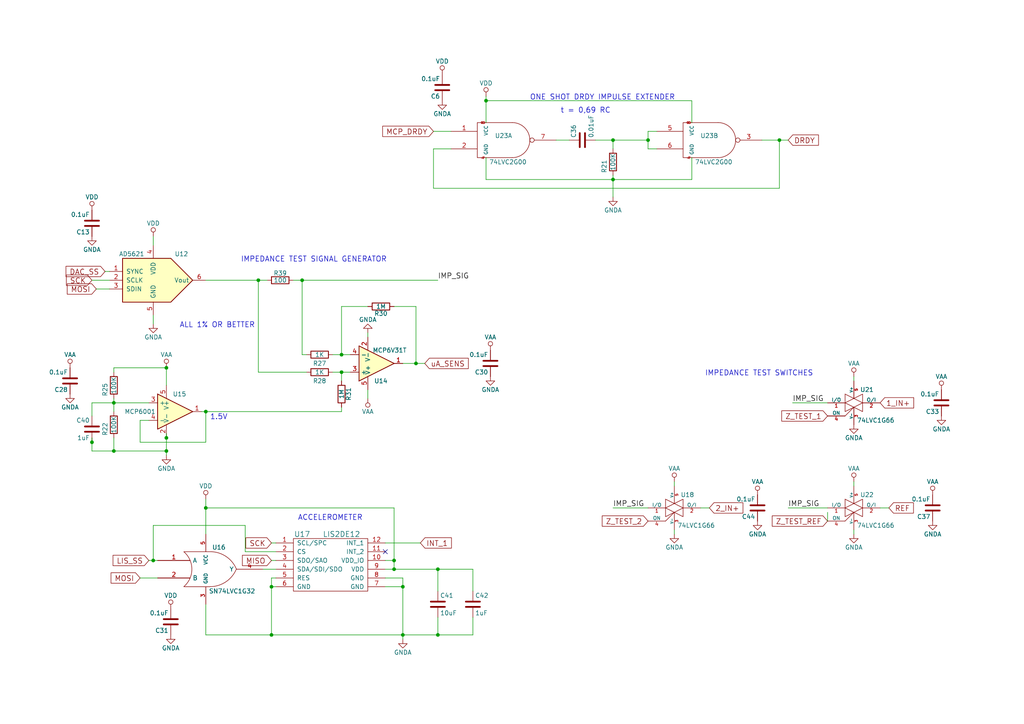
<source format=kicad_sch>
(kicad_sch (version 20231120) (generator "eeschema") (generator_version "8.0")
  (paper "A4")
  (title_block (title "Ganglion Peripherals") (date "2018-1-8") (rev "1.0.1") (company "OpenBCI"))
  (lib_symbols
    (symbol "Ganglion_01-rescue:C" (pin_numbers hide) (pin_names (offset 0.254))
      (property "Reference" "C" (at 0.635 2.54 0))
      (property "Value" "C" (at 0.635 -2.54 0))
      (symbol "C_0_1"
        (polyline (pts (xy -2.032 -0.762) (xy 2.032 -0.762)) (stroke (width 0.508)))
        (polyline (pts (xy -2.032 0.762) (xy 2.032 0.762)) (stroke (width 0.508)))
      )
      (symbol "C_1_1"
        (pin passive line (at 0 3.81 270) (length 2.794) (name "~") (number "1"))
        (pin passive line (at 0 -3.81 90) (length 2.794) (name "~") (number "2"))
      )
    )
    (symbol "Ganglion_01-rescue:GNDA" (power) (pin_names (offset 0))
      (property "Value" "GNDA" (at 0 -3.81 0))
      (symbol "GNDA_0_1"
        (polyline (pts (xy 0 0) (xy 0 -1.27) (xy 1.27 -1.27) (xy 0 -2.54) (xy -1.27 -1.27) (xy 0 -1.27)))
      )
      (symbol "GNDA_1_1"
        (pin power_in line (at 0 0 270) (length 0) hide (name "GNDA") (number "1"))
      )
    )
    (symbol "Ganglion_01-rescue:MCP6001"
      (property "Reference" "U" (at 1.27 5.08 0))
      (property "Value" "MCP6001" (at 5.08 -5.08 0))
      (symbol "MCP6001_0_1"
        (polyline (pts (xy -5.08 5.08) (xy 5.08 0) (xy -5.08 -5.08) (xy -5.08 5.08)) (stroke (width 0.254)) (fill (type background)))
      )
      (symbol "MCP6001_1_1"
        (pin output line (at 7.62 0 180) (length 2.54) (name "~") (number "1"))
        (pin input line (at -2.54 -7.62 90) (length 3.81) (name "V-") (number "2"))
        (pin input line (at -7.62 2.54 0) (length 2.54) (name "+") (number "3"))
        (pin input line (at -7.62 -2.54 0) (length 2.54) (name "-") (number "4"))
        (pin input line (at -2.54 7.62 270) (length 3.81) (name "V+") (number "5"))
      )
    )
    (symbol "Ganglion_01-rescue:R" (pin_numbers hide) (pin_names (offset 0))
      (property "Reference" "R" (at 2.032 0 90))
      (property "Value" "R" (at 0 0 90))
      (symbol "R_0_1"
        (rectangle (start -1.016 -2.54) (end 1.016 2.54) (stroke (width 0.254)))
      )
      (symbol "R_1_1"
        (pin passive line (at 0 3.81 270) (length 1.27) (name "~") (number "1"))
        (pin passive line (at 0 -3.81 90) (length 1.27) (name "~") (number "2"))
      )
    )
    (symbol "Ganglion_01-rescue:VAA" (power) (pin_names (offset 0))
      (property "Value" "VAA" (at 0 3.81 0))
      (symbol "VAA_0_1"
        (polyline (pts (xy 0 0) (xy 0 1.27)))
        (circle (center 0 1.905) (radius 0.635))
      )
      (symbol "VAA_1_1"
        (pin power_in line (at 0 0 90) (length 0) hide (name "VAA") (number "1"))
      )
    )
    (symbol "Ganglion_01-rescue:VDD" (power) (pin_names (offset 0))
      (property "Value" "VDD" (at 0 3.81 0))
      (symbol "VDD_0_1"
        (polyline (pts (xy 0 0) (xy 0 1.27)))
        (circle (center 0 1.905) (radius 0.635))
      )
      (symbol "VDD_1_1"
        (pin power_in line (at 0 0 90) (length 0) hide (name "VDD") (number "1"))
      )
    )
    (symbol "OpenBCI:74LVC1G66" (pin_names (offset 0))
      (property "Reference" "U" (at 3.81 3.81 0))
      (property "Value" "74LVC1G66" (at 6.35 -5.08 0))
      (symbol "74LVC1G66_0_1"
        (polyline (pts (xy -2.54 -3.81) (xy 0 -1.27) (xy 0 -1.27)))
        (polyline (pts (xy -2.54 0) (xy 2.54 2.54) (xy 2.54 -2.54) (xy -2.54 0)))
        (polyline (pts (xy -2.54 2.54) (xy 2.54 0) (xy -2.54 -2.54) (xy -2.54 2.54)))
        (pin power_in line (at 0 -6.35 90) (length 5.08) (name "V-") (number "3"))
        (pin power_in line (at 0 6.35 270) (length 5.08) (name "V+") (number "5"))
      )
      (symbol "74LVC1G66_1_1"
        (pin passive line (at -7.62 0 0) (length 5.08) (name "I/O") (number "1"))
        (pin passive line (at 7.62 0 180) (length 5.08) (name "O/I") (number "2"))
        (pin input line (at -7.62 -3.81 0) (length 5.08) (name "ON") (number "4"))
      )
    )
    (symbol "OpenBCI:74LVC2G00" (pin_names (offset 0.762))
      (property "Reference" "U" (at 0 1.27 0))
      (property "Value" "74LVC2G00" (at 1.27 -6.35 0))
      (symbol "74LVC2G00_0_0"
        (pin power_in line (at -5.08 -5.08 90) (length 0) (name "GND") (number "4"))
        (pin power_in line (at -5.08 5.08 270) (length 0) (name "VCC") (number "8"))
      )
      (symbol "74LVC2G00_0_1"
        (polyline (pts (xy 2.54 5.08) (xy -7.62 5.08) (xy -7.62 -5.08) (xy 2.54 -5.08)))
        (arc (start 2.54 -5.08) (mid 7.5979 0) (end 2.54 5.08))
      )
      (symbol "74LVC2G00_0_2"
        (arc (start -7.62 -5.08) (mid -5.2253 0) (end -7.62 5.08))
        (arc (start 0 -5.08) (mid 4.5408 -3.6305) (end 7.62 0))
        (polyline (pts (xy -7.62 -5.08) (xy 0 -5.08)))
        (polyline (pts (xy -7.62 5.08) (xy 0 5.08)))
        (arc (start 7.62 0) (mid 4.5343 3.6226) (end 0 5.08))
      )
      (symbol "74LVC2G00_1_1"
        (pin input line (at -15.24 2.54 0) (length 7.62) (name "~") (number "1"))
        (pin input line (at -15.24 -2.54 0) (length 7.62) (name "~") (number "2"))
        (pin output inverted (at 15.24 0 180) (length 7.62) (name "~") (number "7"))
      )
      (symbol "74LVC2G00_1_2"
        (pin input inverted (at -15.24 2.54 0) (length 9.398) (name "~") (number "1"))
        (pin input inverted (at -15.24 -2.54 0) (length 9.398) (name "~") (number "2"))
        (pin output line (at 15.24 0 180) (length 7.62) (name "~") (number "3"))
      )
      (symbol "74LVC2G00_2_1"
        (pin output inverted (at 15.24 0 180) (length 7.62) (name "~") (number "3"))
        (pin input line (at -15.24 2.54 0) (length 7.62) (name "~") (number "5"))
        (pin input line (at -15.24 -2.54 0) (length 7.62) (name "~") (number "6"))
      )
      (symbol "74LVC2G00_2_2"
        (pin input inverted (at -15.24 2.54 0) (length 9.398) (name "~") (number "4"))
        (pin input inverted (at -15.24 -2.54 0) (length 9.398) (name "~") (number "5"))
        (pin output line (at 15.24 0 180) (length 7.62) (name "~") (number "6"))
      )
    )
    (symbol "OpenBCI:AD5621" (pin_names (offset 1.016))
      (property "Reference" "U" (at -10.16 7.62 0))
      (property "Value" "AD5621" (at 2.54 7.62 0))
      (property "Datasheet" "http://ww1.microchip.com/downloads/en/DeviceDoc/22072b.pdf" (at 0 0 0))
      (symbol "AD5621_0_1"
        (polyline (pts (xy -5.08 6.35) (xy 8.89 6.35) (xy 8.89 0) (xy 8.89 -6.35) (xy -5.08 -6.35) (xy -11.43 0) (xy -5.08 6.35)) (stroke (width 0.254)) (fill (type background)))
      )
      (symbol "AD5621_1_1"
        (pin input line (at 12.7 2.54 180) (length 3.81) (name "SYNC") (number "1"))
        (pin input line (at 12.7 0 180) (length 3.81) (name "SCLK") (number "2"))
        (pin input line (at 12.7 -2.54 180) (length 3.81) (name "SDIN") (number "3"))
        (pin power_in line (at 0 10.16 270) (length 3.81) (name "VDD") (number "4"))
        (pin power_in line (at 0 -10.16 90) (length 3.81) (name "GND") (number "5"))
        (pin passive line (at -15.24 0 0) (length 3.81) (name "Vout") (number "6"))
      )
    )
    (symbol "OpenBCI:LIS2DE12" (pin_names (offset 1.016))
      (property "Reference" "U" (at -8.89 7.62 0))
      (property "Value" "LIS2DE12" (at 2.54 7.62 0))
      (symbol "LIS2DE12_0_1"
        (rectangle (start -11.43 6.35) (end 10.16 -8.89))
      )
      (symbol "LIS2DE12_1_1"
        (pin input line (at -16.51 5.08 0) (length 5.08) (name "SCL/SPC") (number "1"))
        (pin input line (at 15.24 0 180) (length 5.08) (name "VDD_IO") (number "10"))
        (pin output line (at 15.24 2.54 180) (length 5.08) (name "INT_2") (number "11"))
        (pin output line (at 15.24 5.08 180) (length 5.08) (name "INT_1") (number "12"))
        (pin input line (at -16.51 2.54 0) (length 5.08) (name "CS") (number "2"))
        (pin bidirectional line (at -16.51 0 0) (length 5.08) (name "SDO/SAO") (number "3"))
        (pin bidirectional line (at -16.51 -2.54 0) (length 5.08) (name "SDA/SDI/SDO") (number "4"))
        (pin input line (at -16.51 -5.08 0) (length 5.08) (name "RES") (number "5"))
        (pin power_in line (at -16.51 -7.62 0) (length 5.08) (name "GND") (number "6"))
        (pin input line (at 15.24 -7.62 180) (length 5.08) (name "GND") (number "7"))
        (pin power_in line (at 15.24 -5.08 180) (length 5.08) (name "GND") (number "8"))
        (pin power_in line (at 15.24 -2.54 180) (length 5.08) (name "VDD") (number "9"))
      )
    )
    (symbol "OpenBCI:SN74LVC1G32" (pin_names (offset 0.762))
      (property "Reference" "U" (at 2.54 6.35 0))
      (property "Value" "SN74LVC1G32" (at 6.35 -6.35 0))
      (symbol "SN74LVC1G32_0_0"
        (pin power_in line (at -1.27 -10.16 90) (length 5.08) (name "GND") (number "3"))
        (pin power_in line (at -1.27 10.16 270) (length 5.08) (name "VCC") (number "5"))
      )
      (symbol "SN74LVC1G32_0_1"
        (arc (start -7.62 -5.0292) (mid -5.3094 0.0082) (end -7.62 5.0546))
        (arc (start 0 -5.0546) (mid 4.5632 -3.6449) (end 7.5946 0.0508))
        (polyline (pts (xy -7.62 -5.08) (xy 0 -5.08)))
        (polyline (pts (xy -7.62 5.08) (xy 0 5.08)))
        (arc (start 7.62 0) (mid 4.6132 3.6946) (end 0.0508 5.08))
      )
      (symbol "SN74LVC1G32_0_2"
        (polyline (pts (xy 2.54 5.08) (xy -7.62 5.08) (xy -7.62 -5.08) (xy 2.54 -5.08)))
        (arc (start 2.5654 -5.0546) (mid 7.5947 0.0001) (end 2.5654 5.08))
      )
      (symbol "SN74LVC1G32_1_1"
        (pin input line (at -15.24 2.54 0) (length 9.398) (name "A") (number "1"))
        (pin input line (at -15.24 -2.54 0) (length 9.398) (name "B") (number "2"))
        (pin output line (at 15.24 0 180) (length 7.62) (name "Y") (number "4"))
      )
      (symbol "SN74LVC1G32_1_2"
        (pin input inverted (at -15.24 2.54 0) (length 7.62) (name "A") (number "1"))
        (pin input inverted (at -15.24 -2.54 0) (length 7.62) (name "B") (number "2"))
        (pin output inverted (at 15.24 0 180) (length 7.62) (name "Y") (number "3"))
      )
    )
  )
  (junction (at 116.84 170.18))
  (junction (at 177.8 40.64))
  (junction (at 59.69 119.38))
  (junction (at 226.06 40.64))
  (junction (at 187.96 40.64))
  (junction (at 33.02 130.81))
  (junction (at 87.63 81.28))
  (junction (at 33.02 116.84))
  (junction (at 59.69 147.32))
  (junction (at 127 165.1))
  (junction (at 127 184.15))
  (junction (at 114.3 165.1))
  (junction (at 99.06 102.87))
  (junction (at 120.65 105.41))
  (junction (at 26.67 128.27))
  (junction (at 116.84 184.15))
  (junction (at 44.45 162.56))
  (junction (at 78.74 184.15))
  (junction (at 74.93 81.28))
  (junction (at 48.26 127))
  (junction (at 48.26 106.68))
  (junction (at 177.8 52.07))
  (junction (at 114.3 162.56))
  (junction (at 99.06 107.95))
  (junction (at 78.74 170.18))
  (junction (at 48.26 130.81))
  (junction (at 140.97 29.21))
  (no_connect (at 111.76 160.02))
  (wire (pts (xy 59.69 175.26) (xy 59.69 184.15)))
  (wire (pts (xy 43.18 116.84) (xy 33.02 116.84)))
  (wire (pts (xy 127 184.15) (xy 137.16 184.15)))
  (wire (pts (xy 200.66 29.21) (xy 140.97 29.21)))
  (wire (pts (xy 200.66 35.56) (xy 200.66 29.21)))
  (wire (pts (xy 187.96 38.1) (xy 187.96 40.64)))
  (wire (pts (xy 88.9 107.95) (xy 74.93 107.95)))
  (wire (pts (xy 240.03 116.84) (xy 229.87 116.84)))
  (wire (pts (xy 247.65 109.22) (xy 247.65 110.49)))
  (wire (pts (xy 190.5 38.1) (xy 187.96 38.1)))
  (wire (pts (xy 59.69 81.28) (xy 74.93 81.28)))
  (wire (pts (xy 127 179.07) (xy 127 184.15)))
  (wire (pts (xy 140.97 52.07) (xy 177.8 52.07)))
  (wire (pts (xy 120.65 105.41) (xy 123.19 105.41)))
  (wire (pts (xy 247.65 140.97) (xy 247.65 139.7)))
  (wire (pts (xy 106.68 115.57) (xy 106.68 113.03)))
  (wire (pts (xy 80.01 170.18) (xy 78.74 170.18)))
  (wire (pts (xy 40.64 167.64) (xy 45.72 167.64)))
  (wire (pts (xy 26.67 116.84) (xy 26.67 120.65)))
  (wire (pts (xy 187.96 147.32) (xy 177.8 147.32)))
  (wire (pts (xy 76.2 165.1) (xy 80.01 165.1)))
  (wire (pts (xy 43.18 162.56) (xy 44.45 162.56)))
  (wire (pts (xy 106.68 96.52) (xy 106.68 97.79)))
  (wire (pts (xy 33.02 116.84) (xy 26.67 116.84)))
  (wire (pts (xy 59.69 119.38) (xy 58.42 119.38)))
  (wire (pts (xy 48.26 106.68) (xy 33.02 106.68)))
  (wire (pts (xy 26.67 130.81) (xy 26.67 128.27)))
  (wire (pts (xy 48.26 125.73) (xy 48.26 127)))
  (wire (pts (xy 88.9 102.87) (xy 87.63 102.87)))
  (wire (pts (xy 116.84 167.64) (xy 111.76 167.64)))
  (wire (pts (xy 116.84 167.64) (xy 116.84 170.18)))
  (wire (pts (xy 33.02 115.57) (xy 33.02 116.84)))
  (wire (pts (xy 44.45 152.4) (xy 71.12 152.4)))
  (wire (pts (xy 85.09 81.28) (xy 87.63 81.28)))
  (wire (pts (xy 116.84 184.15) (xy 116.84 185.42)))
  (wire (pts (xy 59.69 119.38) (xy 59.69 128.27)))
  (wire (pts (xy 99.06 102.87) (xy 99.06 88.9)))
  (wire (pts (xy 40.64 121.92) (xy 40.64 128.27)))
  (wire (pts (xy 26.67 127) (xy 26.67 128.27)))
  (wire (pts (xy 111.76 170.18) (xy 116.84 170.18)))
  (wire (pts (xy 255.27 147.32) (xy 257.81 147.32)))
  (wire (pts (xy 96.52 107.95) (xy 99.06 107.95)))
  (wire (pts (xy 140.97 27.94) (xy 140.97 29.21)))
  (wire (pts (xy 203.2 147.32) (xy 205.74 147.32)))
  (wire (pts (xy 33.02 130.81) (xy 26.67 130.81)))
  (wire (pts (xy 226.06 40.64) (xy 228.6 40.64)))
  (wire (pts (xy 111.76 157.48) (xy 121.92 157.48)))
  (wire (pts (xy 59.69 144.78) (xy 59.69 147.32)))
  (wire (pts (xy 30.48 78.74) (xy 31.75 78.74)))
  (wire (pts (xy 99.06 119.38) (xy 99.06 118.11)))
  (wire (pts (xy 71.12 152.4) (xy 71.12 160.02)))
  (wire (pts (xy 48.26 106.68) (xy 48.26 111.76)))
  (wire (pts (xy 177.8 40.64) (xy 187.96 40.64)))
  (wire (pts (xy 127 165.1) (xy 137.16 165.1)))
  (wire (pts (xy 43.18 121.92) (xy 40.64 121.92)))
  (wire (pts (xy 40.64 128.27) (xy 59.69 128.27)))
  (wire (pts (xy 78.74 184.15) (xy 116.84 184.15)))
  (wire (pts (xy 114.3 147.32) (xy 59.69 147.32)))
  (wire (pts (xy 101.6 102.87) (xy 99.06 102.87)))
  (wire (pts (xy 137.16 171.45) (xy 137.16 165.1)))
  (wire (pts (xy 44.45 162.56) (xy 44.45 152.4)))
  (wire (pts (xy 71.12 160.02) (xy 80.01 160.02)))
  (wire (pts (xy 114.3 162.56) (xy 114.3 147.32)))
  (wire (pts (xy 59.69 147.32) (xy 59.69 154.94)))
  (wire (pts (xy 247.65 154.94) (xy 247.65 153.67)))
  (wire (pts (xy 125.73 54.61) (xy 125.73 43.18)))
  (wire (pts (xy 125.73 38.1) (xy 130.81 38.1)))
  (wire (pts (xy 187.96 40.64) (xy 187.96 43.18)))
  (wire (pts (xy 33.02 116.84) (xy 33.02 119.38)))
  (wire (pts (xy 226.06 54.61) (xy 125.73 54.61)))
  (wire (pts (xy 200.66 52.07) (xy 200.66 45.72)))
  (wire (pts (xy 116.84 105.41) (xy 120.65 105.41)))
  (wire (pts (xy 177.8 52.07) (xy 177.8 57.15)))
  (wire (pts (xy 78.74 170.18) (xy 78.74 184.15)))
  (wire (pts (xy 59.69 184.15) (xy 78.74 184.15)))
  (wire (pts (xy 177.8 40.64) (xy 177.8 43.18)))
  (wire (pts (xy 80.01 157.48) (xy 78.74 157.48)))
  (wire (pts (xy 114.3 165.1) (xy 111.76 165.1)))
  (wire (pts (xy 114.3 165.1) (xy 114.3 162.56)))
  (wire (pts (xy 172.72 40.64) (xy 177.8 40.64)))
  (wire (pts (xy 33.02 127) (xy 33.02 130.81)))
  (wire (pts (xy 195.58 139.7) (xy 195.58 140.97)))
  (wire (pts (xy 27.94 83.82) (xy 31.75 83.82)))
  (wire (pts (xy 80.01 167.64) (xy 78.74 167.64)))
  (wire (pts (xy 195.58 153.67) (xy 195.58 154.94)))
  (wire (pts (xy 161.29 40.64) (xy 165.1 40.64)))
  (wire (pts (xy 114.3 88.9) (xy 120.65 88.9)))
  (wire (pts (xy 48.26 130.81) (xy 33.02 130.81)))
  (wire (pts (xy 137.16 179.07) (xy 137.16 184.15)))
  (wire (pts (xy 48.26 130.81) (xy 48.26 132.08)))
  (wire (pts (xy 240.03 151.13) (xy 240.03 148.59)))
  (wire (pts (xy 101.6 107.95) (xy 99.06 107.95)))
  (wire (pts (xy 44.45 68.58) (xy 44.45 71.12)))
  (wire (pts (xy 177.8 52.07) (xy 200.66 52.07)))
  (wire (pts (xy 33.02 106.68) (xy 33.02 107.95)))
  (wire (pts (xy 74.93 107.95) (xy 74.93 81.28)))
  (wire (pts (xy 226.06 40.64) (xy 226.06 54.61)))
  (wire (pts (xy 87.63 81.28) (xy 127 81.28)))
  (wire (pts (xy 80.01 162.56) (xy 78.74 162.56)))
  (wire (pts (xy 78.74 167.64) (xy 78.74 170.18)))
  (wire (pts (xy 240.03 147.32) (xy 228.6 147.32)))
  (wire (pts (xy 96.52 102.87) (xy 99.06 102.87)))
  (wire (pts (xy 26.67 81.28) (xy 31.75 81.28)))
  (wire (pts (xy 177.8 50.8) (xy 177.8 52.07)))
  (wire (pts (xy 44.45 162.56) (xy 45.72 162.56)))
  (wire (pts (xy 220.98 40.64) (xy 226.06 40.64)))
  (wire (pts (xy 111.76 162.56) (xy 114.3 162.56)))
  (wire (pts (xy 59.69 119.38) (xy 99.06 119.38)))
  (wire (pts (xy 187.96 43.18) (xy 190.5 43.18)))
  (wire (pts (xy 127 184.15) (xy 116.84 184.15)))
  (wire (pts (xy 48.26 127) (xy 48.26 130.81)))
  (wire (pts (xy 99.06 107.95) (xy 99.06 110.49)))
  (wire (pts (xy 74.93 81.28) (xy 77.47 81.28)))
  (wire (pts (xy 140.97 52.07) (xy 140.97 45.72)))
  (wire (pts (xy 120.65 105.41) (xy 120.65 88.9)))
  (wire (pts (xy 127 165.1) (xy 114.3 165.1)))
  (wire (pts (xy 44.45 93.98) (xy 44.45 91.44)))
  (wire (pts (xy 125.73 43.18) (xy 130.81 43.18)))
  (wire (pts (xy 116.84 170.18) (xy 116.84 184.15)))
  (wire (pts (xy 127 165.1) (xy 127 171.45)))
  (wire (pts (xy 140.97 29.21) (xy 140.97 35.56)))
  (wire (pts (xy 99.06 88.9) (xy 106.68 88.9)))
  (wire (pts (xy 87.63 102.87) (xy 87.63 81.28)))
  (text "ONE SHOT DRDY IMPULSE EXTENDER" (at 153.67 29.21 0) (effects (font (size 1.524 1.524)) (justify left bottom)))
  (text "t = 0,69 RC" (at 162.56 33.02 0) (effects (font (size 1.524 1.524)) (justify left bottom)))
  (text "1.5V" (at 66.04 121.92 0) (effects (font (size 1.524 1.524)) (justify right bottom)))
  (text "ACCELEROMETER" (at 86.36 151.13 0) (effects (font (size 1.524 1.524)) (justify left bottom)))
  (text "IMPEDANCE TEST SIGNAL GENERATOR" (at 69.85 76.2 0) (effects (font (size 1.524 1.524)) (justify left bottom)))
  (text "ALL 1% OR BETTER" (at 52.07 95.25 0) (effects (font (size 1.524 1.524)) (justify left bottom)))
  (text "IMPEDANCE TEST SWITCHES" (at 204.47 109.22 0) (effects (font (size 1.524 1.524)) (justify left bottom)))
  (label "IMP_SIG" (at 228.6 147.32 0) (effects (font (size 1.524 1.524))))
  (label "IMP_SIG" (at 229.87 116.84 0) (effects (font (size 1.524 1.524))))
  (label "IMP_SIG" (at 127 81.28 0) (effects (font (size 1.524 1.524))))
  (label "IMP_SIG" (at 177.8 147.32 0) (effects (font (size 1.524 1.524))))
  (global_label "DAC_SS" (shape input) (at 30.48 78.74 180) (effects (font (size 1.524 1.524))) (property "Intersheetrefs" "${INTERSHEET_REFS}" (effects (hide yes))))
  (global_label "LIS_SS" (shape input) (at 43.18 162.56 180) (effects (font (size 1.524 1.524))) (property "Intersheetrefs" "${INTERSHEET_REFS}" (effects (hide yes))))
  (global_label "Z_TEST_1" (shape input) (at 240.03 120.65 180) (effects (font (size 1.524 1.524))) (property "Intersheetrefs" "${INTERSHEET_REFS}" (effects (hide yes))))
  (global_label "uA_SENS" (shape input) (at 123.19 105.41 0) (effects (font (size 1.524 1.524))) (property "Intersheetrefs" "${INTERSHEET_REFS}" (effects (hide yes))))
  (global_label "INT_1" (shape input) (at 121.92 157.48 0) (effects (font (size 1.524 1.524))) (property "Intersheetrefs" "${INTERSHEET_REFS}" (effects (hide yes))))
  (global_label "REF" (shape input) (at 257.81 147.32 0) (effects (font (size 1.524 1.524))) (property "Intersheetrefs" "${INTERSHEET_REFS}" (effects (hide yes))))
  (global_label "DRDY" (shape input) (at 228.6 40.64 0) (effects (font (size 1.524 1.524))) (property "Intersheetrefs" "${INTERSHEET_REFS}" (effects (hide yes))))
  (global_label "MOSI" (shape input) (at 40.64 167.64 180) (effects (font (size 1.524 1.524))) (property "Intersheetrefs" "${INTERSHEET_REFS}" (effects (hide yes))))
  (global_label "SCK" (shape input) (at 26.67 81.28 180) (effects (font (size 1.524 1.524))) (property "Intersheetrefs" "${INTERSHEET_REFS}" (effects (hide yes))))
  (global_label "SCK" (shape input) (at 78.74 157.48 180) (effects (font (size 1.524 1.524))) (property "Intersheetrefs" "${INTERSHEET_REFS}" (effects (hide yes))))
  (global_label "Z_TEST_2" (shape input) (at 187.96 151.13 180) (effects (font (size 1.524 1.524))) (property "Intersheetrefs" "${INTERSHEET_REFS}" (effects (hide yes))))
  (global_label "2_IN+" (shape input) (at 205.74 147.32 0) (effects (font (size 1.524 1.524))) (property "Intersheetrefs" "${INTERSHEET_REFS}" (effects (hide yes))))
  (global_label "MCP_DRDY" (shape input) (at 125.73 38.1 180) (effects (font (size 1.524 1.524))) (property "Intersheetrefs" "${INTERSHEET_REFS}" (effects (hide yes))))
  (global_label "MOSI" (shape input) (at 27.94 83.82 180) (effects (font (size 1.524 1.524))) (property "Intersheetrefs" "${INTERSHEET_REFS}" (effects (hide yes))))
  (global_label "MISO" (shape input) (at 78.74 162.56 180) (effects (font (size 1.524 1.524))) (property "Intersheetrefs" "${INTERSHEET_REFS}" (effects (hide yes))))
  (global_label "Z_TEST_REF" (shape input) (at 240.03 151.13 180) (effects (font (size 1.524 1.524))) (property "Intersheetrefs" "${INTERSHEET_REFS}" (effects (hide yes))))
  (global_label "1_IN+" (shape input) (at 255.27 116.84 0) (effects (font (size 1.524 1.524))) (property "Intersheetrefs" "${INTERSHEET_REFS}" (effects (hide yes))))
  (symbol (lib_id "OpenBCI:LIS2DE12") (at 96.52 162.56 0) (unit 1)
    (property "Reference" "U17" (at 87.63 154.94 0) (effects (font (size 1.524 1.524))))
    (property "Value" "LIS2DE12" (at 99.06 154.94 0) (effects (font (size 1.524 1.524))))
    (property "Footprint" "OpenBCI_KiCad_library_files:LIS2DH12" (effects (hide yes)))
    (property "MPN" "LIS2DE12TR" (effects (hide yes)))
    (property "SPN" "497-15997-1-ND" (effects (hide yes)))
  )
  (symbol (lib_id "OpenBCI:SN74LVC1G32") (at 60.96 165.1 0) (unit 1)
    (property "Reference" "U16" (at 63.5 158.75 0))
    (property "Value" "SN74LVC1G32" (at 67.31 171.45 0))
    (property "Footprint" "Package_TO_SOT_SMD:SOT-353_SC-70-5" (effects (hide yes)))
    (property "MPN" "SN74LVC1G32DCKR" (effects (hide yes)))
    (property "SPN" "296-9848-1-ND" (effects (hide yes)))
  )
  (symbol (lib_id "Ganglion_01-rescue:C") (at 127 175.26 0) (unit 1)
    (property "Reference" "C41" (at 127.635 172.72 0) (effects (justify left)))
    (property "Value" "10uF" (at 127.635 177.8 0) (effects (justify left)))
    (property "Footprint" "Capacitor_SMD:C_0603_1608Metric" (effects (hide yes)))
    (property "MPN" "GRM188R60J106KE47D" (effects (hide yes)))
    (property "SPN" "490-12538-1-ND" (effects (hide yes)))
  )
  (symbol (lib_id "Ganglion_01-rescue:C") (at 137.16 175.26 0) (unit 1)
    (property "Reference" "C42" (at 137.795 172.72 0) (effects (justify left)))
    (property "Value" "1uF" (at 137.795 177.8 0) (effects (justify left)))
    (property "Footprint" "Capacitor_SMD:C_0603_1608Metric" (effects (hide yes)))
    (property "MPN" "CC0603KRX7R7BB105" (effects (hide yes)))
    (property "SPN" "311-1446-1-ND" (effects (hide yes)))
  )
  (symbol (lib_id "OpenBCI:AD5621") (at 44.45 81.28 0) (mirror y) (unit 1)
    (property "Reference" "U12" (at 54.61 73.66 0) (effects (justify left)))
    (property "Value" "AD5621" (at 41.91 73.66 0) (effects (justify left)))
    (property "Footprint" "Package_TO_SOT_SMD:SOT-363_SC-70-6" (effects (hide yes)))
    (property "MPN" "AD5621AKSZ-REEL7" (effects (hide yes)))
    (property "SPN" "AD5621AKSZ-REEL7CT-ND" (effects (hide yes)))
  )
  (symbol (lib_id "Ganglion_01-rescue:MCP6001") (at 50.8 119.38 0) (unit 1)
    (property "Reference" "U15" (at 52.07 114.3 0))
    (property "Value" "MCP6001" (at 40.64 119.38 0))
    (property "Footprint" "Package_TO_SOT_SMD:SOT-353_SC-70-5" (effects (hide yes)))
    (property "MPN" "MCP6001T-I/LT" (effects (hide yes)))
    (property "SPN" "MCP6001T-I/LTCT-ND" (effects (hide yes)))
  )
  (symbol (lib_id "Ganglion_01-rescue:MCP6001") (at 109.22 105.41 0) (mirror x) (unit 1)
    (property "Reference" "U14" (at 110.49 110.49 0))
    (property "Value" "MCP6V31T" (at 113.03 101.6 0))
    (property "Footprint" "Package_TO_SOT_SMD:SOT-23-5" (effects (hide yes)))
    (property "MPN" "MCP6V31T-E/OT" (effects (hide yes)))
    (property "SPN" "MCP6V31T-E/OTCT-ND" (effects (hide yes)))
  )
  (symbol (lib_id "Ganglion_01-rescue:R") (at 81.28 81.28 90) (unit 1)
    (property "Reference" "R39" (at 81.28 79.248 90))
    (property "Value" "100" (at 81.28 81.28 90))
    (property "Footprint" "Resistor_SMD:R_0603_1608Metric" (effects (hide yes)))
    (property "MPN" "ERA-3AEB101V" (effects (hide yes)))
    (property "SPN" "P100DBCT-ND" (effects (hide yes)))
  )
  (symbol (lib_id "Ganglion_01-rescue:C") (at 26.67 124.46 0) (mirror y) (unit 1)
    (property "Reference" "C40" (at 26.035 121.92 0) (effects (justify left)))
    (property "Value" "1uF" (at 26.035 127 0) (effects (justify left)))
    (property "Footprint" "Capacitor_SMD:C_0603_1608Metric" (effects (hide yes)))
    (property "MPN" "CC0603KRX7R7BB105" (effects (hide yes)))
    (property "SPN" "311-1446-1-ND" (effects (hide yes)))
  )
  (symbol (lib_id "Ganglion_01-rescue:VDD") (at 44.45 68.58 0) (unit 1)
    (property "Reference" "#PWR045" (effects (hide yes)))
    (property "Value" "VDD" (at 44.45 64.77 0))
  )
  (symbol (lib_id "Ganglion_01-rescue:VDD") (at 59.69 144.78 0) (unit 1)
    (property "Reference" "#PWR050" (effects (hide yes)))
    (property "Value" "VDD" (at 59.69 140.97 0))
  )
  (symbol (lib_id "OpenBCI:74LVC1G66") (at 247.65 116.84 0) (unit 1)
    (property "Reference" "U21" (at 251.46 113.03 0))
    (property "Value" "74LVC1G66" (at 254 121.92 0))
    (property "Footprint" "Package_TO_SOT_SMD:SOT-353_SC-70-5" (effects (hide yes)))
    (property "MPN" "74LVC1G66GW,125" (effects (hide yes)))
    (property "SPN" "1727-4118-1-ND" (effects (hide yes)))
  )
  (symbol (lib_id "OpenBCI:74LVC1G66") (at 195.58 147.32 0) (unit 1)
    (property "Reference" "U18" (at 199.39 143.51 0))
    (property "Value" "74LVC1G66" (at 201.93 152.4 0))
    (property "Footprint" "Package_TO_SOT_SMD:SOT-353_SC-70-5" (effects (hide yes)))
    (property "MPN" "74LVC1G66GW,125" (effects (hide yes)))
    (property "SPN" "1727-4118-1-ND" (effects (hide yes)))
  )
  (symbol (lib_id "OpenBCI:74LVC1G66") (at 247.65 147.32 0) (unit 1)
    (property "Reference" "U22" (at 251.46 143.51 0))
    (property "Value" "74LVC1G66" (at 254 152.4 0))
    (property "Footprint" "Package_TO_SOT_SMD:SOT-353_SC-70-5" (effects (hide yes)))
    (property "MPN" "74LVC1G66GW,125" (effects (hide yes)))
    (property "SPN" "1727-4118-1-ND" (effects (hide yes)))
  )
  (symbol (lib_id "Ganglion_01-rescue:GNDA") (at 48.26 132.08 0) (mirror y) (unit 1)
    (property "Reference" "#PWR054" (effects (hide yes)))
    (property "Value" "GNDA" (at 48.26 135.89 0))
  )
  (symbol (lib_id "Ganglion_01-rescue:GNDA") (at 106.68 96.52 0) (mirror x) (unit 1)
    (property "Reference" "#PWR055" (effects (hide yes)))
    (property "Value" "GNDA" (at 106.68 92.71 0))
  )
  (symbol (lib_id "OpenBCI:74LVC2G00") (at 146.05 40.64 0) (unit 1)
    (property "Reference" "U23" (at 146.05 39.37 0))
    (property "Value" "74LVC2G00" (at 147.32 46.99 0))
    (property "Footprint" "OpenBCI_KiCad_library_files:VSSOP-8" (effects (hide yes)))
    (property "MPN" "SN74LVC2G00DCUR" (effects (hide yes)))
    (property "SPN" "296-13258-1-ND" (effects (hide yes)))
  )
  (symbol (lib_id "OpenBCI:74LVC2G00") (at 205.74 40.64 0) (unit 2)
    (property "Reference" "U23" (at 205.74 39.37 0))
    (property "Value" "74LVC2G00" (at 207.01 46.99 0))
    (property "Footprint" "OpenBCI_KiCad_library_files:VSSOP-8" (effects (hide yes)))
    (property "MPN" "SN74LVC2G00DCUR" (effects (hide yes)))
    (property "SPN" "296-13258-1-ND" (effects (hide yes)))
  )
  (symbol (lib_id "Ganglion_01-rescue:C") (at 168.91 40.64 90) (unit 1)
    (property "Reference" "C36" (at 166.37 40.005 0) (effects (justify left)))
    (property "Value" "0.01uF" (at 171.45 40.005 0) (effects (justify left)))
    (property "Footprint" "Capacitor_SMD:C_0603_1608Metric" (effects (hide yes)))
    (property "MPN" "GCM188R72A103KA37D" (effects (hide yes)))
    (property "SPN" "490-4781-1-ND" (effects (hide yes)))
  )
  (symbol (lib_id "Ganglion_01-rescue:VDD") (at 140.97 27.94 0) (unit 1)
    (property "Reference" "#PWR064" (effects (hide yes)))
    (property "Value" "VDD" (at 140.97 24.13 0))
  )
  (symbol (lib_id "Ganglion_01-rescue:GNDA") (at 177.8 57.15 0) (mirror y) (unit 1)
    (property "Reference" "#PWR047" (effects (hide yes)))
    (property "Value" "GNDA" (at 177.8 60.96 0))
  )
  (symbol (lib_id "Ganglion_01-rescue:GNDA") (at 270.51 151.13 0) (mirror y) (unit 1)
    (property "Reference" "#PWR063" (effects (hide yes)))
    (property "Value" "GNDA" (at 270.51 154.94 0))
  )
  (symbol (lib_id "Ganglion_01-rescue:GNDA") (at 49.53 184.15 0) (mirror y) (unit 1)
    (property "Reference" "#PWR074" (effects (hide yes)))
    (property "Value" "GNDA" (at 49.53 187.96 0))
  )
  (symbol (lib_id "Ganglion_01-rescue:R") (at 33.02 123.19 0) (unit 1)
    (property "Reference" "R22" (at 30.48 124.46 90))
    (property "Value" "100K" (at 33.02 123.19 90))
    (property "Footprint" "Resistor_SMD:R_0402_1005Metric" (effects (hide yes)))
    (property "MPN" "ERJ-2RKF1003X" (effects (hide yes)))
    (property "SPN" "P100KLCT-ND" (effects (hide yes)))
  )
  (symbol (lib_id "Ganglion_01-rescue:VAA") (at 273.05 113.03 0) (unit 1)
    (property "Reference" "#PWR03" (effects (hide yes)))
    (property "Value" "VAA" (at 273.05 109.22 0))
  )
  (symbol (lib_id "Ganglion_01-rescue:GNDA") (at 273.05 120.65 0) (mirror y) (unit 1)
    (property "Reference" "#PWR032" (effects (hide yes)))
    (property "Value" "GNDA" (at 273.05 124.46 0))
  )
  (symbol (lib_id "Ganglion_01-rescue:VAA") (at 247.65 109.22 0) (unit 1)
    (property "Reference" "#PWR049" (effects (hide yes)))
    (property "Value" "VAA" (at 247.65 105.41 0))
  )
  (symbol (lib_id "Ganglion_01-rescue:VDD") (at 26.67 60.96 0) (unit 1)
    (property "Reference" "#PWR061" (effects (hide yes)))
    (property "Value" "VDD" (at 26.67 57.15 0))
  )
  (symbol (lib_id "Ganglion_01-rescue:C") (at 219.71 147.32 180) (unit 1)
    (property "Reference" "C44" (at 219.075 149.86 0) (effects (justify left)))
    (property "Value" "0.1uF" (at 219.075 144.78 0) (effects (justify left)))
    (property "Footprint" "Capacitor_SMD:C_0402_1005Metric" (effects (hide yes)))
    (property "MPN" "GRM155R71C104KA88J" (effects (hide yes)))
    (property "SPN" "490-6328-1-ND" (effects (hide yes)))
  )
  (symbol (lib_id "Ganglion_01-rescue:R") (at 177.8 46.99 0) (unit 1)
    (property "Reference" "R21" (at 175.26 48.26 90))
    (property "Value" "100K" (at 177.8 46.99 90))
    (property "Footprint" "Resistor_SMD:R_0402_1005Metric" (effects (hide yes)))
    (property "MPN" "ERJ-2RKF1003X" (effects (hide yes)))
    (property "SPN" "P100KLCT-ND" (effects (hide yes)))
  )
  (symbol (lib_id "Ganglion_01-rescue:VAA") (at 219.71 143.51 0) (unit 1)
    (property "Reference" "#PWR068" (effects (hide yes)))
    (property "Value" "VAA" (at 219.71 139.7 0))
  )
  (symbol (lib_id "Ganglion_01-rescue:GNDA") (at 20.32 114.3 0) (mirror y) (unit 1)
    (property "Reference" "#PWR067" (effects (hide yes)))
    (property "Value" "GNDA" (at 20.32 118.11 0))
  )
  (symbol (lib_id "Ganglion_01-rescue:VDD") (at 128.27 21.59 0) (unit 1)
    (property "Reference" "#PWR052" (effects (hide yes)))
    (property "Value" "VDD" (at 128.27 17.78 0))
  )
  (symbol (lib_id "Ganglion_01-rescue:GNDA") (at 44.45 93.98 0) (mirror y) (unit 1)
    (property "Reference" "#PWR042" (effects (hide yes)))
    (property "Value" "GNDA" (at 44.45 97.79 0))
  )
  (symbol (lib_id "Ganglion_01-rescue:GNDA") (at 142.24 109.22 0) (mirror y) (unit 1)
    (property "Reference" "#PWR070" (effects (hide yes)))
    (property "Value" "GNDA" (at 142.24 113.03 0))
  )
  (symbol (lib_id "Ganglion_01-rescue:VAA") (at 20.32 106.68 0) (unit 1)
    (property "Reference" "#PWR025" (effects (hide yes)))
    (property "Value" "VAA" (at 20.32 102.87 0))
  )
  (symbol (lib_id "Ganglion_01-rescue:GNDA") (at 247.65 154.94 0) (mirror y) (unit 1)
    (property "Reference" "#PWR036" (effects (hide yes)))
    (property "Value" "GNDA" (at 247.65 158.75 0))
  )
  (symbol (lib_id "Ganglion_01-rescue:VDD") (at 49.53 176.53 0) (unit 1)
    (property "Reference" "#PWR071" (effects (hide yes)))
    (property "Value" "VDD" (at 49.53 172.72 0))
  )
  (symbol (lib_id "Ganglion_01-rescue:C") (at 26.67 64.77 180) (unit 1)
    (property "Reference" "C13" (at 26.035 67.31 0) (effects (justify left)))
    (property "Value" "0.1uF" (at 26.035 62.23 0) (effects (justify left)))
    (property "Footprint" "Capacitor_SMD:C_0402_1005Metric" (effects (hide yes)))
    (property "MPN" "GRM155R71C104KA88J" (effects (hide yes)))
    (property "SPN" "490-6328-1-ND" (effects (hide yes)))
  )
  (symbol (lib_id "Ganglion_01-rescue:R") (at 110.49 88.9 270) (unit 1)
    (property "Reference" "R30" (at 110.49 90.932 90))
    (property "Value" "1M" (at 110.49 88.9 90))
    (property "Footprint" "Resistor_SMD:R_0402_1005Metric" (effects (hide yes)))
    (property "MPN" "ERJ-2RKF1004X" (effects (hide yes)))
    (property "SPN" "P1.00MLCT-ND" (effects (hide yes)))
  )
  (symbol (lib_id "Ganglion_01-rescue:C") (at 270.51 147.32 180) (unit 1)
    (property "Reference" "C37" (at 269.875 149.86 0) (effects (justify left)))
    (property "Value" "0.1uF" (at 269.875 144.78 0) (effects (justify left)))
    (property "Footprint" "Capacitor_SMD:C_0402_1005Metric" (effects (hide yes)))
    (property "MPN" "GRM155R71C104KA88J" (effects (hide yes)))
    (property "SPN" "490-6328-1-ND" (effects (hide yes)))
  )
  (symbol (lib_id "Ganglion_01-rescue:VAA") (at 195.58 139.7 0) (unit 1)
    (property "Reference" "#PWR046" (effects (hide yes)))
    (property "Value" "VAA" (at 195.58 135.89 0))
  )
  (symbol (lib_id "Ganglion_01-rescue:GNDA") (at 26.67 68.58 0) (mirror y) (unit 1)
    (property "Reference" "#PWR062" (effects (hide yes)))
    (property "Value" "GNDA" (at 26.67 72.39 0))
  )
  (symbol (lib_id "Ganglion_01-rescue:GNDA") (at 219.71 151.13 0) (mirror y) (unit 1)
    (property "Reference" "#PWR075" (effects (hide yes)))
    (property "Value" "GNDA" (at 219.71 154.94 0))
  )
  (symbol (lib_id "Ganglion_01-rescue:C") (at 142.24 105.41 180) (unit 1)
    (property "Reference" "C30" (at 141.605 107.95 0) (effects (justify left)))
    (property "Value" "0.1uF" (at 141.605 102.87 0) (effects (justify left)))
    (property "Footprint" "Capacitor_SMD:C_0402_1005Metric" (effects (hide yes)))
    (property "MPN" "GRM155R71C104KA88J" (effects (hide yes)))
    (property "SPN" "490-6328-1-ND" (effects (hide yes)))
  )
  (symbol (lib_id "Ganglion_01-rescue:GNDA") (at 116.84 185.42 0) (mirror y) (unit 1)
    (property "Reference" "#PWR030" (effects (hide yes)))
    (property "Value" "GNDA" (at 116.84 189.23 0))
  )
  (symbol (lib_id "Ganglion_01-rescue:R") (at 99.06 114.3 0) (unit 1)
    (property "Reference" "R31" (at 101.092 114.3 90))
    (property "Value" "1M" (at 99.06 114.3 90))
    (property "Footprint" "Resistor_SMD:R_0402_1005Metric" (effects (hide yes)))
    (property "MPN" "ERJ-2RKF1004X" (effects (hide yes)))
    (property "SPN" "P1.00MLCT-ND" (effects (hide yes)))
  )
  (symbol (lib_id "Ganglion_01-rescue:VAA") (at 106.68 115.57 180) (unit 1)
    (property "Reference" "#PWR044" (effects (hide yes)))
    (property "Value" "VAA" (at 106.68 119.38 0))
  )
  (symbol (lib_id "Ganglion_01-rescue:R") (at 92.71 107.95 270) (unit 1)
    (property "Reference" "R28" (at 92.71 110.49 90))
    (property "Value" "1K" (at 92.71 107.95 90))
    (property "Footprint" "Resistor_SMD:R_0402_1005Metric" (effects (hide yes)))
    (property "MPN" "ERJ-2RKF1001X" (effects (hide yes)))
    (property "SPN" "P1.00KLCT-ND" (effects (hide yes)))
  )
  (symbol (lib_id "Ganglion_01-rescue:GNDA") (at 247.65 123.19 0) (mirror y) (unit 1)
    (property "Reference" "#PWR041" (effects (hide yes)))
    (property "Value" "GNDA" (at 247.65 127 0))
  )
  (symbol (lib_id "Ganglion_01-rescue:R") (at 33.02 111.76 0) (unit 1)
    (property "Reference" "R25" (at 30.48 113.03 90))
    (property "Value" "100K" (at 33.02 111.76 90))
    (property "Footprint" "Resistor_SMD:R_0402_1005Metric" (effects (hide yes)))
    (property "MPN" "ERJ-2RKF1003X" (effects (hide yes)))
    (property "SPN" "P100KLCT-ND" (effects (hide yes)))
  )
  (symbol (lib_id "Ganglion_01-rescue:VAA") (at 142.24 101.6 0) (unit 1)
    (property "Reference" "#PWR017" (effects (hide yes)))
    (property "Value" "VAA" (at 142.24 97.79 0))
  )
  (symbol (lib_id "Ganglion_01-rescue:C") (at 49.53 180.34 180) (unit 1)
    (property "Reference" "C31" (at 48.895 182.88 0) (effects (justify left)))
    (property "Value" "0.1uF" (at 48.895 177.8 0) (effects (justify left)))
    (property "Footprint" "Capacitor_SMD:C_0402_1005Metric" (effects (hide yes)))
    (property "MPN" "GRM155R71C104KA88J" (effects (hide yes)))
    (property "SPN" "490-6328-1-ND" (effects (hide yes)))
  )
  (symbol (lib_id "Ganglion_01-rescue:VAA") (at 270.51 143.51 0) (unit 1)
    (property "Reference" "#PWR033" (effects (hide yes)))
    (property "Value" "VAA" (at 270.51 139.7 0))
  )
  (symbol (lib_id "Ganglion_01-rescue:C") (at 273.05 116.84 180) (unit 1)
    (property "Reference" "C33" (at 272.415 119.38 0) (effects (justify left)))
    (property "Value" "0.1uF" (at 272.415 114.3 0) (effects (justify left)))
    (property "Footprint" "Capacitor_SMD:C_0402_1005Metric" (effects (hide yes)))
    (property "MPN" "GRM155R71C104KA88J" (effects (hide yes)))
    (property "SPN" "490-6328-1-ND" (effects (hide yes)))
  )
  (symbol (lib_id "Ganglion_01-rescue:VAA") (at 48.26 106.68 0) (unit 1)
    (property "Reference" "#PWR043" (effects (hide yes)))
    (property "Value" "VAA" (at 48.26 102.87 0))
  )
  (symbol (lib_id "Ganglion_01-rescue:C") (at 20.32 110.49 180) (unit 1)
    (property "Reference" "C28" (at 19.685 113.03 0) (effects (justify left)))
    (property "Value" "0.1uF" (at 19.685 107.95 0) (effects (justify left)))
    (property "Footprint" "Capacitor_SMD:C_0402_1005Metric" (effects (hide yes)))
    (property "MPN" "GRM155R71C104KA88J" (effects (hide yes)))
    (property "SPN" "490-6328-1-ND" (effects (hide yes)))
  )
  (symbol (lib_id "Ganglion_01-rescue:C") (at 128.27 25.4 180) (unit 1)
    (property "Reference" "C6" (at 127.635 27.94 0) (effects (justify left)))
    (property "Value" "0.1uF" (at 127.635 22.86 0) (effects (justify left)))
    (property "Footprint" "Capacitor_SMD:C_0402_1005Metric" (effects (hide yes)))
    (property "MPN" "GRM155R71C104KA88J" (effects (hide yes)))
    (property "SPN" "490-6328-1-ND" (effects (hide yes)))
  )
  (symbol (lib_id "Ganglion_01-rescue:GNDA") (at 195.58 154.94 0) (mirror y) (unit 1)
    (property "Reference" "#PWR035" (effects (hide yes)))
    (property "Value" "GNDA" (at 195.58 158.75 0))
  )
  (symbol (lib_id "Ganglion_01-rescue:VAA") (at 247.65 139.7 0) (unit 1)
    (property "Reference" "#PWR048" (effects (hide yes)))
    (property "Value" "VAA" (at 247.65 135.89 0))
  )
  (symbol (lib_id "Ganglion_01-rescue:GNDA") (at 128.27 29.21 0) (mirror y) (unit 1)
    (property "Reference" "#PWR051" (effects (hide yes)))
    (property "Value" "GNDA" (at 128.27 33.02 0))
  )
  (symbol (lib_id "Ganglion_01-rescue:R") (at 92.71 102.87 270) (unit 1)
    (property "Reference" "R27" (at 92.71 105.41 90))
    (property "Value" "1K" (at 92.71 102.87 90))
    (property "Footprint" "Resistor_SMD:R_0402_1005Metric" (effects (hide yes)))
    (property "MPN" "ERJ-2RKF1001X" (effects (hide yes)))
    (property "SPN" "P1.00KLCT-ND" (effects (hide yes)))
  )
)
</source>
